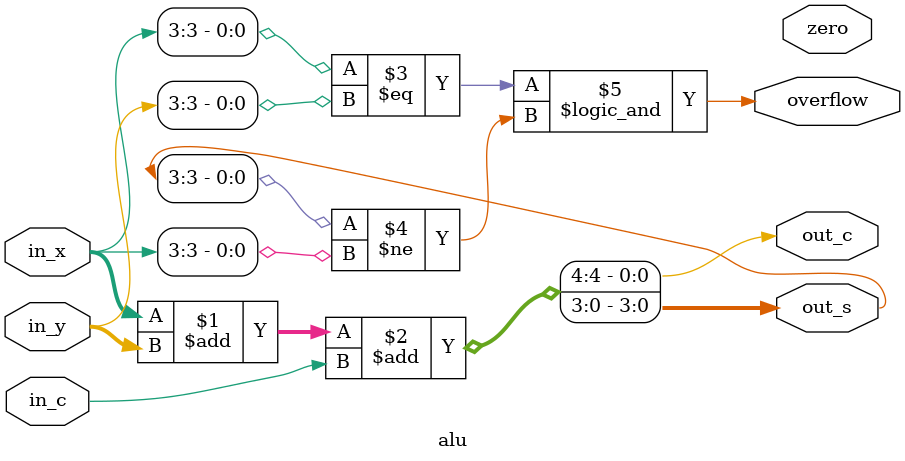
<source format=v>
module alu(
        input in_c,
        input [3:0] in_x,
        input [3:0] in_y,
        output reg [3:0] out_s,
        output reg out_c,
        output reg zero,
        output reg overflow
    );
    assign {out_c, out_s} = in_x + in_y + in_c;
    assign overflow = (in_x[3] == in_y[3] && out_s[3] != in_x[3]);

endmodule

</source>
